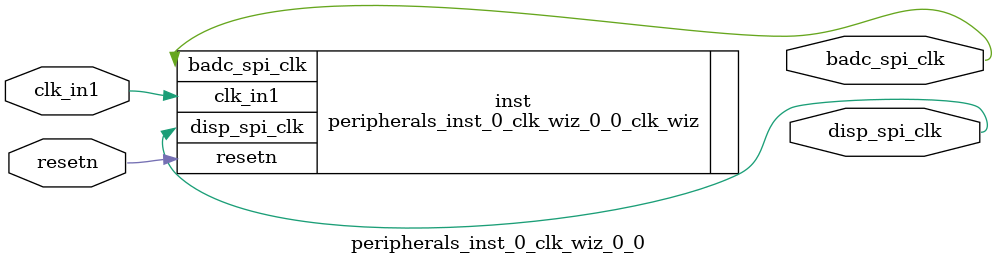
<source format=v>


`timescale 1ps/1ps

(* CORE_GENERATION_INFO = "peripherals_inst_0_clk_wiz_0_0,clk_wiz_v6_0_13_0_0,{component_name=peripherals_inst_0_clk_wiz_0_0,use_phase_alignment=true,use_min_o_jitter=false,use_max_i_jitter=false,use_dyn_phase_shift=false,use_inclk_switchover=false,use_dyn_reconfig=false,enable_axi=0,feedback_source=FDBK_AUTO,PRIMITIVE=PLL,num_out_clk=2,clkin1_period=10.000,clkin2_period=10.000,use_power_down=false,use_reset=true,use_locked=false,use_inclk_stopped=false,feedback_type=SINGLE,CLOCK_MGR_TYPE=NA,manual_override=false}" *)

module peripherals_inst_0_clk_wiz_0_0 
 (
  // Clock out ports
  output        badc_spi_clk,
  output        disp_spi_clk,
  // Status and control signals
  input         resetn,
 // Clock in ports
  input         clk_in1
 );

  peripherals_inst_0_clk_wiz_0_0_clk_wiz inst
  (
  // Clock out ports  
  .badc_spi_clk(badc_spi_clk),
  .disp_spi_clk(disp_spi_clk),
  // Status and control signals               
  .resetn(resetn), 
 // Clock in ports
  .clk_in1(clk_in1)
  );

endmodule

</source>
